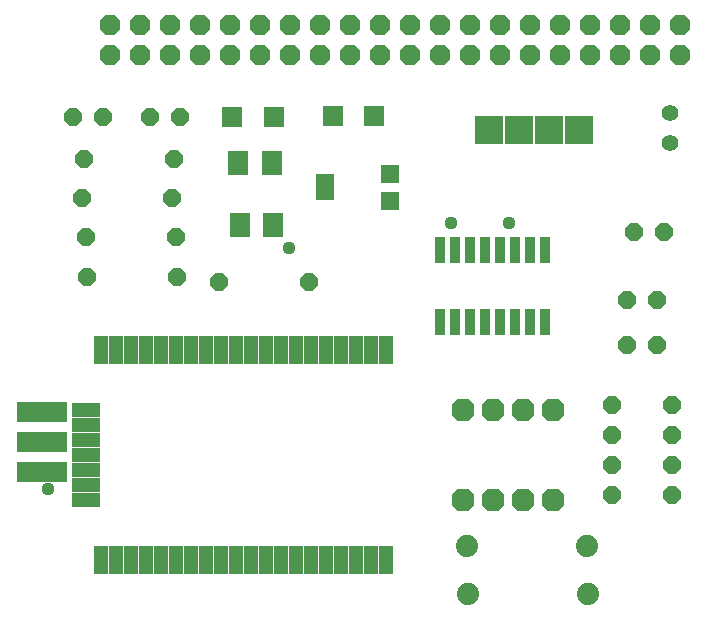
<source format=gts>
G75*
%MOIN*%
%OFA0B0*%
%FSLAX25Y25*%
%IPPOS*%
%LPD*%
%AMOC8*
5,1,8,0,0,1.08239X$1,22.5*
%
%ADD10R,0.16800X0.06800*%
%ADD11OC8,0.06800*%
%ADD12R,0.04800X0.09658*%
%ADD13R,0.09658X0.04800*%
%ADD14R,0.06706X0.06706*%
%ADD15R,0.07099X0.07898*%
%ADD16R,0.09400X0.09400*%
%ADD17R,0.03400X0.08800*%
%ADD18R,0.05918X0.05918*%
%ADD19R,0.05918X0.08674*%
%ADD20OC8,0.06000*%
%ADD21C,0.07400*%
%ADD22OC8,0.07600*%
%ADD23C,0.05556*%
%ADD24C,0.04400*%
D10*
X0011800Y0064635D03*
X0011800Y0074635D03*
X0011800Y0084635D03*
D11*
X0034556Y0203375D03*
X0044556Y0203375D03*
X0054556Y0203375D03*
X0064556Y0203375D03*
X0074556Y0203375D03*
X0084556Y0203375D03*
X0094556Y0203375D03*
X0104556Y0203375D03*
X0114556Y0203375D03*
X0124556Y0203375D03*
X0134556Y0203375D03*
X0144556Y0203375D03*
X0154556Y0203375D03*
X0164556Y0203375D03*
X0174556Y0203375D03*
X0184556Y0203375D03*
X0194556Y0203375D03*
X0204556Y0203375D03*
X0214556Y0203375D03*
X0224556Y0203375D03*
X0224556Y0213375D03*
X0214556Y0213375D03*
X0204556Y0213375D03*
X0194556Y0213375D03*
X0184556Y0213375D03*
X0174556Y0213375D03*
X0164556Y0213375D03*
X0154556Y0213375D03*
X0144556Y0213375D03*
X0134556Y0213375D03*
X0124556Y0213375D03*
X0114556Y0213375D03*
X0104556Y0213375D03*
X0094556Y0213375D03*
X0084556Y0213375D03*
X0074556Y0213375D03*
X0064556Y0213375D03*
X0054556Y0213375D03*
X0044556Y0213375D03*
X0034556Y0213375D03*
D12*
X0031406Y0035028D03*
X0036406Y0035028D03*
X0041406Y0035028D03*
X0046406Y0035028D03*
X0051406Y0035028D03*
X0056406Y0035028D03*
X0061406Y0035028D03*
X0066406Y0035028D03*
X0071406Y0035028D03*
X0076406Y0035028D03*
X0081406Y0035028D03*
X0086406Y0035028D03*
X0091406Y0035028D03*
X0096406Y0035028D03*
X0101406Y0035028D03*
X0106406Y0035028D03*
X0111406Y0035028D03*
X0116406Y0035028D03*
X0121406Y0035028D03*
X0126406Y0035028D03*
X0126406Y0105028D03*
X0121406Y0105028D03*
X0116406Y0105028D03*
X0111406Y0105028D03*
X0106406Y0105028D03*
X0101406Y0105028D03*
X0096406Y0105028D03*
X0091406Y0105028D03*
X0086406Y0105028D03*
X0081406Y0105028D03*
X0076406Y0105028D03*
X0071406Y0105028D03*
X0066406Y0105028D03*
X0061406Y0105028D03*
X0056406Y0105028D03*
X0051406Y0105028D03*
X0046406Y0105028D03*
X0041406Y0105028D03*
X0036406Y0105028D03*
X0031406Y0105028D03*
D13*
X0026406Y0085028D03*
X0026406Y0080028D03*
X0026406Y0075028D03*
X0026406Y0070028D03*
X0026406Y0065028D03*
X0026406Y0060028D03*
X0026406Y0055028D03*
D14*
X0075186Y0182902D03*
X0088965Y0182902D03*
X0108611Y0183296D03*
X0122391Y0183296D03*
D15*
X0088343Y0167430D03*
X0077146Y0167430D03*
X0077619Y0146957D03*
X0088816Y0146957D03*
D16*
X0160855Y0178591D03*
X0170855Y0178591D03*
X0180855Y0178591D03*
X0190855Y0178591D03*
D17*
X0179300Y0138624D03*
X0174300Y0138624D03*
X0169300Y0138624D03*
X0164300Y0138624D03*
X0159300Y0138624D03*
X0154300Y0138624D03*
X0149300Y0138624D03*
X0144300Y0138624D03*
X0144300Y0114424D03*
X0149300Y0114424D03*
X0154300Y0114424D03*
X0159300Y0114424D03*
X0164300Y0114424D03*
X0169300Y0114424D03*
X0174300Y0114424D03*
X0179300Y0114424D03*
D18*
X0127863Y0154831D03*
X0127863Y0163887D03*
D19*
X0106209Y0159359D03*
D20*
X0100816Y0127824D03*
X0070816Y0127824D03*
X0056721Y0129517D03*
X0056524Y0142745D03*
X0054950Y0155658D03*
X0055737Y0168965D03*
X0057863Y0182902D03*
X0047863Y0182902D03*
X0032036Y0182942D03*
X0022036Y0182942D03*
X0025737Y0168965D03*
X0024950Y0155658D03*
X0026524Y0142745D03*
X0026721Y0129517D03*
X0201800Y0086800D03*
X0201800Y0076800D03*
X0201800Y0066800D03*
X0201800Y0056800D03*
X0221800Y0056800D03*
X0221800Y0066800D03*
X0221800Y0076800D03*
X0221800Y0086800D03*
X0216800Y0106800D03*
X0206800Y0106800D03*
X0206800Y0121800D03*
X0216800Y0121800D03*
X0218965Y0144359D03*
X0208965Y0144359D03*
D21*
X0193335Y0039950D03*
X0193729Y0023769D03*
X0153729Y0023769D03*
X0153335Y0039950D03*
D22*
X0152036Y0054989D03*
X0162036Y0054989D03*
X0172036Y0054989D03*
X0182036Y0054989D03*
X0182036Y0084989D03*
X0172036Y0084989D03*
X0162036Y0084989D03*
X0152036Y0084989D03*
D23*
X0221131Y0174083D03*
X0221131Y0184083D03*
D24*
X0167400Y0147600D03*
X0148200Y0147600D03*
X0094200Y0139200D03*
X0013800Y0058800D03*
M02*

</source>
